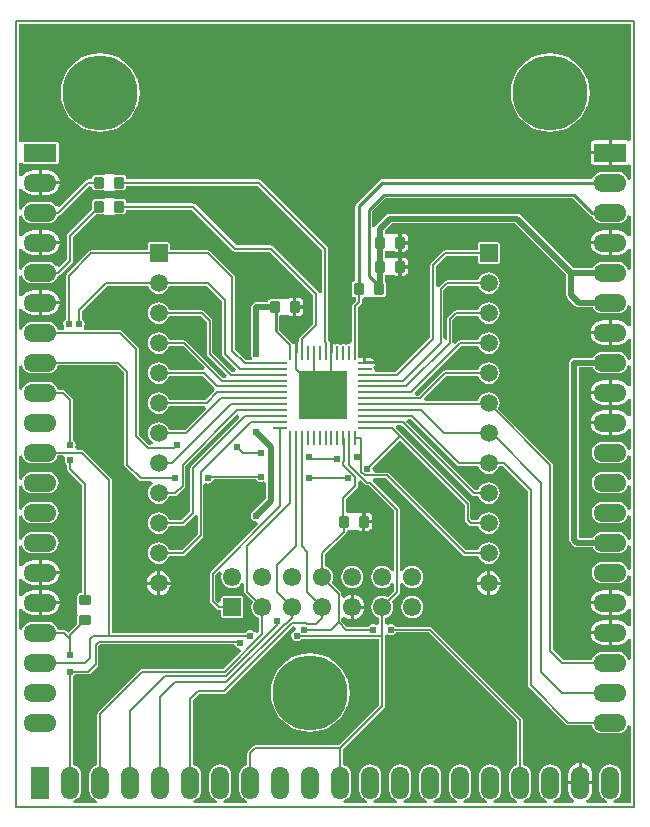
<source format=gtl>
G04 Layer_Physical_Order=1*
G04 Layer_Color=255*
%FSLAX25Y25*%
%MOIN*%
G70*
G01*
G75*
G04:AMPARAMS|DCode=10|XSize=39.37mil|YSize=35.43mil|CornerRadius=4.43mil|HoleSize=0mil|Usage=FLASHONLY|Rotation=270.000|XOffset=0mil|YOffset=0mil|HoleType=Round|Shape=RoundedRectangle|*
%AMROUNDEDRECTD10*
21,1,0.03937,0.02657,0,0,270.0*
21,1,0.03051,0.03543,0,0,270.0*
1,1,0.00886,-0.01329,-0.01526*
1,1,0.00886,-0.01329,0.01526*
1,1,0.00886,0.01329,0.01526*
1,1,0.00886,0.01329,-0.01526*
%
%ADD10ROUNDEDRECTD10*%
G04:AMPARAMS|DCode=11|XSize=39.37mil|YSize=35.43mil|CornerRadius=4.43mil|HoleSize=0mil|Usage=FLASHONLY|Rotation=0.000|XOffset=0mil|YOffset=0mil|HoleType=Round|Shape=RoundedRectangle|*
%AMROUNDEDRECTD11*
21,1,0.03937,0.02657,0,0,0.0*
21,1,0.03051,0.03543,0,0,0.0*
1,1,0.00886,0.01526,-0.01329*
1,1,0.00886,-0.01526,-0.01329*
1,1,0.00886,-0.01526,0.01329*
1,1,0.00886,0.01526,0.01329*
%
%ADD11ROUNDEDRECTD11*%
%ADD12R,0.16142X0.16142*%
%ADD13O,0.00984X0.04724*%
%ADD14O,0.04724X0.00984*%
%ADD15C,0.00800*%
%ADD16C,0.00600*%
%ADD17C,0.02000*%
%ADD18C,0.01000*%
%ADD19C,0.01200*%
%ADD20C,0.00500*%
%ADD21R,0.05984X0.05984*%
%ADD22C,0.05984*%
%ADD23C,0.06102*%
%ADD24R,0.06102X0.06102*%
%ADD25C,0.25000*%
%ADD26O,0.11000X0.06000*%
%ADD27R,0.11000X0.06000*%
%ADD28O,0.06000X0.11000*%
%ADD29R,0.06000X0.11000*%
%ADD30C,0.02400*%
%ADD31C,0.02362*%
G36*
X267082Y128620D02*
Y114010D01*
X267060Y114007D01*
X266184Y113645D01*
X265433Y113068D01*
X264855Y112315D01*
X264493Y111440D01*
X264369Y110500D01*
Y105500D01*
X264493Y104560D01*
X264855Y103684D01*
X265433Y102932D01*
X266184Y102355D01*
X267060Y101993D01*
X266898Y101020D01*
X259102D01*
X258940Y101993D01*
X259816Y102355D01*
X260567Y102932D01*
X261145Y103684D01*
X261507Y104560D01*
X261631Y105500D01*
Y110500D01*
X261507Y111440D01*
X261145Y112315D01*
X260567Y113068D01*
X259816Y113645D01*
X258940Y114007D01*
X258000Y114131D01*
X257060Y114007D01*
X256185Y113645D01*
X255433Y113068D01*
X254855Y112315D01*
X254493Y111440D01*
X254369Y110500D01*
Y105500D01*
X254493Y104560D01*
X254855Y103684D01*
X255433Y102932D01*
X256185Y102355D01*
X257060Y101993D01*
X256898Y101020D01*
X249102D01*
X248940Y101993D01*
X249816Y102355D01*
X250568Y102932D01*
X251145Y103684D01*
X251507Y104560D01*
X251631Y105500D01*
Y110500D01*
X251507Y111440D01*
X251145Y112315D01*
X250568Y113068D01*
X249816Y113645D01*
X248940Y114007D01*
X248000Y114131D01*
X247060Y114007D01*
X246184Y113645D01*
X245432Y113068D01*
X244855Y112315D01*
X244493Y111440D01*
X244369Y110500D01*
Y105500D01*
X244493Y104560D01*
X244855Y103684D01*
X245432Y102932D01*
X246184Y102355D01*
X247060Y101993D01*
X246898Y101020D01*
X239102D01*
X238940Y101993D01*
X239815Y102355D01*
X240567Y102932D01*
X241145Y103684D01*
X241507Y104560D01*
X241631Y105500D01*
Y110500D01*
X241507Y111440D01*
X241145Y112315D01*
X240567Y113068D01*
X239815Y113645D01*
X238940Y114007D01*
X238000Y114131D01*
X237060Y114007D01*
X236185Y113645D01*
X235433Y113068D01*
X234855Y112315D01*
X234493Y111440D01*
X234369Y110500D01*
Y105500D01*
X234493Y104560D01*
X234855Y103684D01*
X235433Y102932D01*
X236185Y102355D01*
X237060Y101993D01*
X236898Y101020D01*
X229102D01*
X228940Y101993D01*
X229816Y102355D01*
X230568Y102932D01*
X231145Y103684D01*
X231507Y104560D01*
X231631Y105500D01*
Y110500D01*
X231507Y111440D01*
X231145Y112315D01*
X230568Y113068D01*
X229816Y113645D01*
X228940Y114007D01*
X228000Y114131D01*
X227060Y114007D01*
X226185Y113645D01*
X225432Y113068D01*
X224855Y112315D01*
X224493Y111440D01*
X224369Y110500D01*
Y105500D01*
X224493Y104560D01*
X224855Y103684D01*
X225432Y102932D01*
X226185Y102355D01*
X227060Y101993D01*
X226898Y101020D01*
X219102D01*
X218940Y101993D01*
X219815Y102355D01*
X220567Y102932D01*
X221145Y103684D01*
X221507Y104560D01*
X221631Y105500D01*
Y110500D01*
X221507Y111440D01*
X221145Y112315D01*
X220567Y113068D01*
X219815Y113645D01*
X218940Y114007D01*
X218000Y114131D01*
X217060Y114007D01*
X216184Y113645D01*
X215433Y113068D01*
X214855Y112315D01*
X214493Y111440D01*
X214369Y110500D01*
Y105500D01*
X214493Y104560D01*
X214855Y103684D01*
X215433Y102932D01*
X216184Y102355D01*
X217060Y101993D01*
X216898Y101020D01*
X209102D01*
X208940Y101993D01*
X209816Y102355D01*
X210567Y102932D01*
X211145Y103684D01*
X211507Y104560D01*
X211631Y105500D01*
Y110500D01*
X211507Y111440D01*
X211145Y112315D01*
X210567Y113068D01*
X209816Y113645D01*
X208940Y114007D01*
X208918Y114010D01*
Y119120D01*
X222649Y132851D01*
X222848Y133149D01*
X222918Y133500D01*
Y157115D01*
X223161Y157298D01*
X223918Y157558D01*
X224298Y157304D01*
X225000Y157165D01*
X225702Y157304D01*
X226298Y157702D01*
X226552Y158082D01*
X237620D01*
X267082Y128620D01*
D02*
G37*
G36*
X291207Y297207D02*
X291207Y297207D01*
X291571Y296964D01*
X292000Y296878D01*
X292000Y296879D01*
X292068D01*
X292355Y296184D01*
X292933Y295432D01*
X293685Y294855D01*
X294560Y294493D01*
X295500Y294369D01*
X300500D01*
X301440Y294493D01*
X302315Y294855D01*
X303067Y295432D01*
X303645Y296184D01*
X304007Y297060D01*
X304980Y296898D01*
Y290249D01*
X304038Y290027D01*
X303980Y290035D01*
X303353Y290853D01*
X302517Y291494D01*
X301544Y291897D01*
X300500Y292035D01*
X298500D01*
Y288000D01*
Y283965D01*
X300500D01*
X301544Y284103D01*
X302517Y284506D01*
X303353Y285147D01*
X303980Y285965D01*
X304038Y285972D01*
X304980Y285751D01*
Y279102D01*
X304007Y278940D01*
X303645Y279816D01*
X303067Y280568D01*
X302315Y281145D01*
X301440Y281507D01*
X300500Y281631D01*
X295500D01*
X294560Y281507D01*
X293685Y281145D01*
X292933Y280568D01*
X292355Y279816D01*
X292279Y279631D01*
X285676D01*
X268154Y297153D01*
X267624Y297507D01*
X267000Y297631D01*
X224500D01*
X223876Y297507D01*
X223346Y297153D01*
X220000Y293807D01*
X219646Y293278D01*
X219621Y293153D01*
X218621Y293251D01*
Y298535D01*
X222965Y302878D01*
X285535D01*
X291207Y297207D01*
D02*
G37*
G36*
X172279Y285279D02*
X172610Y285058D01*
X173000Y284980D01*
X184578D01*
X198980Y270578D01*
Y260981D01*
X194500Y256501D01*
X194279Y256170D01*
X194201Y255780D01*
X194279Y255389D01*
X194303Y255353D01*
Y255223D01*
X193752Y254842D01*
Y251150D01*
X192752D01*
Y254442D01*
X192670Y254425D01*
X192216Y254122D01*
X192004Y254437D01*
X187622Y258820D01*
Y262870D01*
X187925Y263744D01*
X190762D01*
X190955Y263615D01*
X191518Y263503D01*
X192347D01*
Y266500D01*
Y269497D01*
X191518D01*
X190955Y269385D01*
X190762Y269256D01*
X187925D01*
X187712Y269043D01*
X187482Y269089D01*
X184825D01*
X184418Y269008D01*
X184073Y268777D01*
X183842Y268432D01*
X183782Y268131D01*
X180000D01*
X179376Y268007D01*
X178847Y267653D01*
X178493Y267124D01*
X178369Y266500D01*
Y251798D01*
X178304Y251702D01*
X178165Y251000D01*
X178304Y250298D01*
X178624Y249819D01*
X178490Y249311D01*
X178224Y248819D01*
X176479D01*
X172918Y252380D01*
Y276500D01*
X172848Y276851D01*
X172649Y277149D01*
X164649Y285149D01*
X164351Y285348D01*
X164000Y285418D01*
X151142D01*
Y287492D01*
X150951Y287951D01*
X150492Y288142D01*
X144508D01*
X144049Y287951D01*
X143858Y287492D01*
Y285418D01*
X125000D01*
X124649Y285348D01*
X124351Y285149D01*
X116851Y277649D01*
X116652Y277351D01*
X116582Y277000D01*
Y262552D01*
X116202Y262298D01*
X115804Y261702D01*
X115665Y261000D01*
X115804Y260298D01*
X116058Y259918D01*
X115798Y259161D01*
X115615Y258918D01*
X114010D01*
X114007Y258940D01*
X113645Y259816D01*
X113068Y260567D01*
X112315Y261145D01*
X111440Y261507D01*
X110500Y261631D01*
X105500D01*
X104560Y261507D01*
X103684Y261145D01*
X102932Y260567D01*
X102355Y259816D01*
X101993Y258940D01*
X101020Y259102D01*
Y265751D01*
X101962Y265972D01*
X102020Y265965D01*
X102647Y265147D01*
X103483Y264506D01*
X104456Y264103D01*
X105500Y263966D01*
X107500D01*
Y268000D01*
Y272035D01*
X105500D01*
X104456Y271897D01*
X103483Y271494D01*
X102647Y270853D01*
X102020Y270035D01*
X101962Y270027D01*
X101020Y270249D01*
Y276898D01*
X101993Y277060D01*
X102355Y276185D01*
X102932Y275432D01*
X103684Y274855D01*
X104560Y274493D01*
X105500Y274369D01*
X110500D01*
X111440Y274493D01*
X112315Y274855D01*
X113068Y275432D01*
X113645Y276185D01*
X113974Y276980D01*
X114000D01*
X114390Y277058D01*
X114721Y277279D01*
X118721Y281279D01*
X118942Y281610D01*
X119020Y282000D01*
Y289924D01*
X126506Y297411D01*
X128982D01*
X129212Y297457D01*
X129425Y297244D01*
X132575D01*
X132788Y297457D01*
X133018Y297411D01*
X135675D01*
X136082Y297492D01*
X136427Y297723D01*
X136658Y298067D01*
X136739Y298474D01*
Y298980D01*
X158578D01*
X172279Y285279D01*
D02*
G37*
G36*
X168582Y268620D02*
Y251000D01*
X168652Y250649D01*
X168851Y250351D01*
X173320Y245882D01*
X172906Y244882D01*
X171915D01*
X165418Y251380D01*
Y262000D01*
X165348Y262351D01*
X165149Y262649D01*
X162649Y265149D01*
X162351Y265348D01*
X162000Y265418D01*
X151002D01*
X151000Y265438D01*
X150638Y266312D01*
X150062Y267062D01*
X149312Y267638D01*
X148438Y268000D01*
X147500Y268123D01*
X146562Y268000D01*
X145688Y267638D01*
X144938Y267062D01*
X144362Y266312D01*
X144000Y265438D01*
X143877Y264500D01*
X144000Y263562D01*
X144362Y262688D01*
X144938Y261938D01*
X145688Y261362D01*
X146562Y261000D01*
X147500Y260877D01*
X148438Y261000D01*
X149312Y261362D01*
X150062Y261938D01*
X150638Y262688D01*
X151000Y263562D01*
X151002Y263582D01*
X161620D01*
X163582Y261620D01*
Y251000D01*
X163652Y250649D01*
X163851Y250351D01*
X170289Y243914D01*
X169874Y242914D01*
X168884D01*
X156649Y255149D01*
X156351Y255348D01*
X156000Y255418D01*
X151002D01*
X151000Y255438D01*
X150638Y256312D01*
X150062Y257062D01*
X149312Y257638D01*
X148438Y258000D01*
X147500Y258123D01*
X146562Y258000D01*
X145688Y257638D01*
X144938Y257062D01*
X144362Y256312D01*
X144000Y255438D01*
X143877Y254500D01*
X144000Y253562D01*
X144362Y252688D01*
X144938Y251938D01*
X145688Y251362D01*
X146562Y251000D01*
X147500Y250877D01*
X148438Y251000D01*
X149312Y251362D01*
X150062Y251938D01*
X150638Y252688D01*
X151000Y253562D01*
X151002Y253582D01*
X155620D01*
X162831Y246371D01*
X162606Y245723D01*
X162370Y245418D01*
X151002D01*
X151000Y245438D01*
X150638Y246312D01*
X150062Y247062D01*
X149312Y247638D01*
X148438Y248000D01*
X147500Y248123D01*
X146562Y248000D01*
X145688Y247638D01*
X144938Y247062D01*
X144362Y246312D01*
X144000Y245438D01*
X143877Y244500D01*
X144000Y243562D01*
X144362Y242688D01*
X144938Y241938D01*
X145688Y241362D01*
X146562Y241000D01*
X147500Y240877D01*
X148438Y241000D01*
X149312Y241362D01*
X150062Y241938D01*
X150638Y242688D01*
X151000Y243562D01*
X151002Y243582D01*
X162120D01*
X166039Y239663D01*
X166254Y239111D01*
X166057Y238354D01*
X163120Y235418D01*
X151002D01*
X151000Y235438D01*
X150638Y236312D01*
X150062Y237062D01*
X149312Y237638D01*
X148438Y238000D01*
X147500Y238123D01*
X146562Y238000D01*
X145688Y237638D01*
X144938Y237062D01*
X144362Y236312D01*
X144000Y235438D01*
X143877Y234500D01*
X144000Y233562D01*
X144362Y232688D01*
X144938Y231938D01*
X145688Y231362D01*
X146562Y231000D01*
X147500Y230877D01*
X148438Y231000D01*
X149312Y231362D01*
X150062Y231938D01*
X150638Y232688D01*
X151000Y233562D01*
X151002Y233582D01*
X162870D01*
X163285Y232582D01*
X156120Y225418D01*
X151002D01*
X151000Y225438D01*
X150638Y226312D01*
X150062Y227062D01*
X149312Y227638D01*
X148438Y228000D01*
X147500Y228123D01*
X146562Y228000D01*
X145688Y227638D01*
X144938Y227062D01*
X144362Y226312D01*
X144000Y225438D01*
X143877Y224500D01*
X144000Y223562D01*
X144362Y222688D01*
X144938Y221938D01*
X145616Y221418D01*
X145619Y221308D01*
X145243Y220748D01*
X144129Y220669D01*
X140918Y223880D01*
Y252500D01*
X140848Y252851D01*
X140649Y253149D01*
X135149Y258649D01*
X134851Y258848D01*
X134500Y258918D01*
X122885D01*
X122702Y259161D01*
X122442Y259918D01*
X122696Y260298D01*
X122835Y261000D01*
X122696Y261702D01*
X122298Y262298D01*
X121918Y262552D01*
Y265120D01*
X130380Y273582D01*
X143998D01*
X144000Y273562D01*
X144362Y272688D01*
X144938Y271938D01*
X145688Y271362D01*
X146562Y271000D01*
X147500Y270877D01*
X148438Y271000D01*
X149312Y271362D01*
X150062Y271938D01*
X150638Y272688D01*
X151000Y273562D01*
X151002Y273582D01*
X163620D01*
X168582Y268620D01*
D02*
G37*
G36*
X304980Y246898D02*
Y240249D01*
X304038Y240027D01*
X303980Y240035D01*
X303353Y240853D01*
X302517Y241494D01*
X301544Y241897D01*
X300500Y242035D01*
X298500D01*
Y238000D01*
Y233965D01*
X300500D01*
X301544Y234103D01*
X302517Y234506D01*
X303353Y235147D01*
X303980Y235965D01*
X304038Y235972D01*
X304980Y235751D01*
Y230249D01*
X304038Y230028D01*
X303980Y230035D01*
X303353Y230853D01*
X302517Y231494D01*
X301544Y231897D01*
X300500Y232034D01*
X298500D01*
Y228000D01*
Y223966D01*
X300500D01*
X301544Y224103D01*
X302517Y224506D01*
X303353Y225147D01*
X303980Y225965D01*
X304038Y225973D01*
X304980Y225751D01*
Y219102D01*
X304007Y218940D01*
X303645Y219815D01*
X303067Y220567D01*
X302315Y221145D01*
X301440Y221507D01*
X300500Y221631D01*
X295500D01*
X294560Y221507D01*
X293685Y221145D01*
X292933Y220567D01*
X292355Y219815D01*
X291993Y218940D01*
X291869Y218000D01*
X291993Y217060D01*
X292355Y216184D01*
X292933Y215433D01*
X293685Y214855D01*
X294560Y214493D01*
X295500Y214369D01*
X300500D01*
X301440Y214493D01*
X302315Y214855D01*
X303067Y215433D01*
X303645Y216184D01*
X304007Y217060D01*
X304980Y216898D01*
Y209102D01*
X304007Y208940D01*
X303645Y209816D01*
X303067Y210567D01*
X302315Y211145D01*
X301440Y211507D01*
X300500Y211631D01*
X295500D01*
X294560Y211507D01*
X293685Y211145D01*
X292933Y210567D01*
X292355Y209816D01*
X291993Y208940D01*
X291869Y208000D01*
X291993Y207060D01*
X292355Y206185D01*
X292933Y205433D01*
X293685Y204855D01*
X294560Y204493D01*
X295500Y204369D01*
X300500D01*
X301440Y204493D01*
X302315Y204855D01*
X303067Y205433D01*
X303645Y206185D01*
X304007Y207060D01*
X304980Y206898D01*
Y199102D01*
X304007Y198940D01*
X303645Y199815D01*
X303067Y200568D01*
X302315Y201145D01*
X301440Y201507D01*
X300500Y201631D01*
X295500D01*
X294560Y201507D01*
X293685Y201145D01*
X292933Y200568D01*
X292355Y199815D01*
X291993Y198940D01*
X291869Y198000D01*
X291993Y197060D01*
X292355Y196185D01*
X292933Y195432D01*
X293685Y194855D01*
X294560Y194493D01*
X295500Y194369D01*
X300500D01*
X301440Y194493D01*
X302315Y194855D01*
X303067Y195432D01*
X303645Y196185D01*
X304007Y197060D01*
X304980Y196898D01*
Y189102D01*
X304007Y188940D01*
X303645Y189815D01*
X303067Y190568D01*
X302315Y191145D01*
X301440Y191507D01*
X300500Y191631D01*
X295500D01*
X294560Y191507D01*
X293685Y191145D01*
X292933Y190568D01*
X292355Y189815D01*
X292279Y189631D01*
X287676D01*
X287631Y189676D01*
Y246369D01*
X292279D01*
X292355Y246184D01*
X292933Y245432D01*
X293685Y244855D01*
X294560Y244493D01*
X295500Y244369D01*
X300500D01*
X301440Y244493D01*
X302315Y244855D01*
X303067Y245432D01*
X303645Y246184D01*
X304007Y247060D01*
X304980Y246898D01*
D02*
G37*
G36*
X283369Y277324D02*
Y270500D01*
X283493Y269876D01*
X283846Y269346D01*
X286347Y266846D01*
X286876Y266493D01*
X287500Y266369D01*
X292279D01*
X292355Y266184D01*
X292933Y265433D01*
X293685Y264855D01*
X294560Y264493D01*
X295500Y264369D01*
X300500D01*
X301440Y264493D01*
X302315Y264855D01*
X303067Y265433D01*
X303645Y266184D01*
X304007Y267060D01*
X304980Y266898D01*
Y260249D01*
X304038Y260028D01*
X303980Y260035D01*
X303353Y260853D01*
X302517Y261494D01*
X301544Y261897D01*
X300500Y262035D01*
X298500D01*
Y258000D01*
Y253965D01*
X300500D01*
X301544Y254103D01*
X302517Y254506D01*
X303353Y255147D01*
X303980Y255965D01*
X304038Y255973D01*
X304980Y255751D01*
Y249102D01*
X304007Y248940D01*
X303645Y249816D01*
X303067Y250568D01*
X302315Y251145D01*
X301440Y251507D01*
X300500Y251631D01*
X295500D01*
X294560Y251507D01*
X293685Y251145D01*
X292933Y250568D01*
X292355Y249816D01*
X292279Y249631D01*
X286000D01*
X285376Y249507D01*
X284846Y249153D01*
X284493Y248624D01*
X284369Y248000D01*
Y189000D01*
X284493Y188376D01*
X284846Y187847D01*
X285846Y186846D01*
X286376Y186493D01*
X287000Y186369D01*
X292279D01*
X292355Y186185D01*
X292933Y185432D01*
X293685Y184855D01*
X294560Y184493D01*
X295500Y184369D01*
X300500D01*
X301440Y184493D01*
X302315Y184855D01*
X303067Y185432D01*
X303645Y186185D01*
X304007Y187060D01*
X304980Y186898D01*
Y179102D01*
X304007Y178940D01*
X303645Y179815D01*
X303067Y180568D01*
X302315Y181145D01*
X301440Y181507D01*
X300500Y181631D01*
X295500D01*
X294560Y181507D01*
X293685Y181145D01*
X292933Y180568D01*
X292355Y179815D01*
X291993Y178940D01*
X291869Y178000D01*
X291993Y177060D01*
X292355Y176184D01*
X292933Y175432D01*
X293685Y174855D01*
X294560Y174493D01*
X295500Y174369D01*
X300500D01*
X301440Y174493D01*
X302315Y174855D01*
X303067Y175432D01*
X303645Y176184D01*
X304007Y177060D01*
X304980Y176898D01*
Y170249D01*
X304038Y170027D01*
X303980Y170035D01*
X303353Y170853D01*
X302517Y171494D01*
X301544Y171897D01*
X300500Y172035D01*
X298500D01*
Y168000D01*
Y163965D01*
X300500D01*
X301544Y164103D01*
X302517Y164506D01*
X303353Y165147D01*
X303980Y165965D01*
X304038Y165972D01*
X304980Y165751D01*
Y160249D01*
X304038Y160028D01*
X303980Y160035D01*
X303353Y160853D01*
X302517Y161494D01*
X301544Y161897D01*
X300500Y162034D01*
X298500D01*
Y158000D01*
Y153965D01*
X300500D01*
X301544Y154103D01*
X302517Y154506D01*
X303353Y155147D01*
X303980Y155965D01*
X304038Y155973D01*
X304980Y155751D01*
Y149102D01*
X304007Y148940D01*
X303645Y149815D01*
X303067Y150568D01*
X302315Y151145D01*
X301440Y151507D01*
X300500Y151631D01*
X295500D01*
X294560Y151507D01*
X293685Y151145D01*
X292933Y150568D01*
X292355Y149815D01*
X291993Y148940D01*
X291990Y148918D01*
X282380D01*
X278918Y152380D01*
Y214000D01*
X278848Y214351D01*
X278649Y214649D01*
X260625Y232672D01*
X260638Y232688D01*
X261000Y233562D01*
X261123Y234500D01*
X261000Y235438D01*
X260638Y236312D01*
X260062Y237062D01*
X259312Y237638D01*
X258438Y238000D01*
X257500Y238123D01*
X256562Y238000D01*
X255688Y237638D01*
X254938Y237062D01*
X254362Y236312D01*
X254000Y235438D01*
X253948Y235040D01*
X236252D01*
X235837Y236040D01*
X243380Y243582D01*
X253998D01*
X254000Y243562D01*
X254362Y242688D01*
X254938Y241938D01*
X255688Y241362D01*
X256562Y241000D01*
X257500Y240877D01*
X258438Y241000D01*
X259312Y241362D01*
X260062Y241938D01*
X260638Y242688D01*
X261000Y243562D01*
X261123Y244500D01*
X261000Y245438D01*
X260638Y246312D01*
X260062Y247062D01*
X259312Y247638D01*
X258438Y248000D01*
X257500Y248123D01*
X256562Y248000D01*
X255688Y247638D01*
X254938Y247062D01*
X254362Y246312D01*
X254000Y245438D01*
X253998Y245418D01*
X243000D01*
X242649Y245348D01*
X242351Y245149D01*
X234210Y237008D01*
X233220D01*
X232806Y238008D01*
X248380Y253582D01*
X253998D01*
X254000Y253562D01*
X254362Y252688D01*
X254938Y251938D01*
X255688Y251362D01*
X256562Y251000D01*
X257500Y250877D01*
X258438Y251000D01*
X259312Y251362D01*
X260062Y251938D01*
X260638Y252688D01*
X261000Y253562D01*
X261123Y254500D01*
X261000Y255438D01*
X260638Y256312D01*
X260062Y257062D01*
X259312Y257638D01*
X258438Y258000D01*
X257500Y258123D01*
X256562Y258000D01*
X255688Y257638D01*
X254938Y257062D01*
X254362Y256312D01*
X254000Y255438D01*
X253998Y255418D01*
X248000D01*
X247649Y255348D01*
X247351Y255149D01*
X246371Y254169D01*
X245723Y254394D01*
X245418Y254630D01*
Y262120D01*
X246880Y263582D01*
X253998D01*
X254000Y263562D01*
X254362Y262688D01*
X254938Y261938D01*
X255688Y261362D01*
X256562Y261000D01*
X257500Y260877D01*
X258438Y261000D01*
X259312Y261362D01*
X260062Y261938D01*
X260638Y262688D01*
X261000Y263562D01*
X261123Y264500D01*
X261000Y265438D01*
X260638Y266312D01*
X260062Y267062D01*
X259312Y267638D01*
X258438Y268000D01*
X257500Y268123D01*
X256562Y268000D01*
X255688Y267638D01*
X254938Y267062D01*
X254362Y266312D01*
X254000Y265438D01*
X253998Y265418D01*
X246500D01*
X246149Y265348D01*
X245851Y265149D01*
X243851Y263149D01*
X243652Y262851D01*
X243582Y262500D01*
Y255730D01*
X243418Y255619D01*
X242418Y256154D01*
Y272120D01*
X243880Y273582D01*
X253998D01*
X254000Y273562D01*
X254362Y272688D01*
X254938Y271938D01*
X255688Y271362D01*
X256562Y271000D01*
X257500Y270877D01*
X258438Y271000D01*
X259312Y271362D01*
X260062Y271938D01*
X260638Y272688D01*
X261000Y273562D01*
X261123Y274500D01*
X261000Y275438D01*
X260638Y276312D01*
X260062Y277062D01*
X259312Y277638D01*
X258438Y278000D01*
X257500Y278123D01*
X256562Y278000D01*
X255688Y277638D01*
X254938Y277062D01*
X254362Y276312D01*
X254000Y275438D01*
X253998Y275418D01*
X243500D01*
X243149Y275348D01*
X242851Y275149D01*
X240918Y273215D01*
X240636Y273242D01*
X239918Y273552D01*
Y280120D01*
X243380Y283582D01*
X253858D01*
Y281508D01*
X254049Y281049D01*
X254508Y280858D01*
X260492D01*
X260951Y281049D01*
X261142Y281508D01*
Y287492D01*
X260951Y287951D01*
X260492Y288142D01*
X254508D01*
X254049Y287951D01*
X253858Y287492D01*
Y285418D01*
X243000D01*
X242649Y285348D01*
X242351Y285149D01*
X238351Y281149D01*
X238152Y280851D01*
X238082Y280500D01*
Y256380D01*
X226585Y244882D01*
X219869D01*
X219689Y245026D01*
X219159Y245882D01*
X219169Y245933D01*
X219084Y246359D01*
X219049Y246412D01*
X219131Y246826D01*
X219461Y247319D01*
X219477Y247402D01*
X216185D01*
Y247902D01*
X215685D01*
Y249423D01*
X214315D01*
X214051Y249640D01*
Y253020D01*
X213966Y253446D01*
X213957Y253460D01*
Y266515D01*
X214875Y267433D01*
X215095Y267763D01*
X215173Y268154D01*
Y269082D01*
X215925Y269744D01*
X219075D01*
X219288Y269957D01*
X219518Y269911D01*
X222175D01*
X222582Y269992D01*
X222927Y270222D01*
X223158Y270567D01*
X223238Y270974D01*
Y274026D01*
X223158Y274432D01*
X222927Y274778D01*
X222785Y274872D01*
Y277186D01*
X222925Y277244D01*
X225762D01*
X225955Y277115D01*
X226518Y277003D01*
X227346D01*
Y280000D01*
Y282997D01*
X226518D01*
X225955Y282885D01*
X225762Y282756D01*
X222925D01*
X222785Y282814D01*
Y285186D01*
X222925Y285244D01*
X225762D01*
X225955Y285115D01*
X226518Y285003D01*
X227346D01*
Y288000D01*
Y290997D01*
X226518D01*
X225955Y290885D01*
X225762Y290756D01*
X222925D01*
X222785Y290814D01*
Y291978D01*
X225176Y294369D01*
X266324D01*
X283369Y277324D01*
D02*
G37*
G36*
X136082Y244620D02*
Y214000D01*
X136152Y213649D01*
X136351Y213351D01*
X140851Y208851D01*
X141149Y208652D01*
X141500Y208582D01*
X145021D01*
X145619Y207692D01*
X145616Y207582D01*
X144938Y207062D01*
X144362Y206312D01*
X144000Y205438D01*
X143877Y204500D01*
X144000Y203562D01*
X144362Y202688D01*
X144938Y201938D01*
X145688Y201362D01*
X146562Y201000D01*
X147500Y200877D01*
X148438Y201000D01*
X149312Y201362D01*
X150062Y201938D01*
X150638Y202688D01*
X151000Y203562D01*
X151002Y203582D01*
X153000D01*
X153351Y203652D01*
X153649Y203851D01*
X156149Y206351D01*
X156348Y206649D01*
X156418Y207000D01*
Y213620D01*
X173615Y230817D01*
X174035Y230746D01*
X174377Y229674D01*
X158351Y213649D01*
X158152Y213351D01*
X158082Y213000D01*
Y198380D01*
X155120Y195418D01*
X151002D01*
X151000Y195438D01*
X150638Y196312D01*
X150062Y197062D01*
X149312Y197638D01*
X148438Y198000D01*
X147500Y198123D01*
X146562Y198000D01*
X145688Y197638D01*
X144938Y197062D01*
X144362Y196312D01*
X144000Y195438D01*
X143877Y194500D01*
X144000Y193562D01*
X144362Y192688D01*
X144938Y191938D01*
X145688Y191362D01*
X146562Y191000D01*
X147500Y190877D01*
X148438Y191000D01*
X149312Y191362D01*
X150062Y191938D01*
X150638Y192688D01*
X151000Y193562D01*
X151002Y193582D01*
X155500D01*
X155851Y193652D01*
X156149Y193851D01*
X159582Y197285D01*
X159864Y197258D01*
X160582Y196948D01*
Y190880D01*
X155120Y185418D01*
X151002D01*
X151000Y185438D01*
X150638Y186312D01*
X150062Y187062D01*
X149312Y187638D01*
X148438Y188000D01*
X147500Y188123D01*
X146562Y188000D01*
X145688Y187638D01*
X144938Y187062D01*
X144362Y186312D01*
X144000Y185438D01*
X143877Y184500D01*
X144000Y183562D01*
X144362Y182688D01*
X144938Y181938D01*
X145688Y181362D01*
X146562Y181000D01*
X147500Y180877D01*
X148438Y181000D01*
X149312Y181362D01*
X150062Y181938D01*
X150638Y182688D01*
X151000Y183562D01*
X151002Y183582D01*
X155500D01*
X155851Y183652D01*
X156149Y183851D01*
X162149Y189851D01*
X162348Y190149D01*
X162418Y190500D01*
Y207190D01*
X163156Y207705D01*
X163418Y207781D01*
X164000Y207665D01*
X164702Y207804D01*
X165298Y208202D01*
X165696Y208798D01*
X165752Y209082D01*
X179948D01*
X180202Y208702D01*
X180798Y208304D01*
X181500Y208165D01*
X182202Y208304D01*
X182369Y208416D01*
X183369Y207894D01*
Y202676D01*
X179411Y198718D01*
X179298Y198696D01*
X178702Y198298D01*
X178304Y197702D01*
X178165Y197000D01*
X178304Y196298D01*
X178702Y195702D01*
X179298Y195304D01*
X180000Y195165D01*
X180714Y194287D01*
X180740Y194038D01*
X164851Y178149D01*
X164652Y177851D01*
X164582Y177500D01*
Y168500D01*
X164652Y168149D01*
X164851Y167851D01*
X166851Y165851D01*
X167149Y165652D01*
X167500Y165582D01*
X168299D01*
Y163449D01*
X168490Y162990D01*
X168949Y162799D01*
X175051D01*
X175510Y162990D01*
X175701Y163449D01*
Y169551D01*
X175510Y170010D01*
X175051Y170201D01*
X168949D01*
X168490Y170010D01*
X168299Y169551D01*
Y168413D01*
X167299Y167998D01*
X166418Y168880D01*
Y177120D01*
X167791Y178494D01*
X168639Y177927D01*
X168443Y177453D01*
X168317Y176500D01*
X168443Y175547D01*
X168811Y174659D01*
X169396Y173896D01*
X170159Y173311D01*
X171047Y172943D01*
X172000Y172817D01*
X172953Y172943D01*
X173841Y173311D01*
X174604Y173896D01*
X175082Y174519D01*
X175599Y174469D01*
X176082Y174245D01*
Y171500D01*
X176152Y171149D01*
X176351Y170851D01*
X178832Y168370D01*
X178811Y168341D01*
X178443Y167453D01*
X178317Y166500D01*
X178443Y165547D01*
X178811Y164659D01*
X179396Y163896D01*
X180159Y163311D01*
X181047Y162943D01*
X181082Y162938D01*
Y158421D01*
X180534Y157935D01*
X179406Y158136D01*
X179298Y158298D01*
X178702Y158696D01*
X178000Y158835D01*
X177298Y158696D01*
X176702Y158298D01*
X176448Y157918D01*
X131918D01*
Y209000D01*
X131848Y209351D01*
X131649Y209649D01*
X122649Y218649D01*
X122351Y218848D01*
X122000Y218918D01*
X120310D01*
X119795Y219656D01*
X119719Y219918D01*
X119835Y220500D01*
X119696Y221202D01*
X119298Y221798D01*
X118918Y222052D01*
Y235500D01*
X118848Y235851D01*
X118649Y236149D01*
X116149Y238649D01*
X115851Y238848D01*
X115500Y238918D01*
X114010D01*
X114007Y238940D01*
X113645Y239815D01*
X113068Y240567D01*
X112315Y241145D01*
X111440Y241507D01*
X110500Y241631D01*
X105500D01*
X104560Y241507D01*
X103684Y241145D01*
X102932Y240567D01*
X102355Y239815D01*
X101993Y238940D01*
X101020Y239102D01*
Y246898D01*
X101993Y247060D01*
X102355Y246184D01*
X102932Y245432D01*
X103684Y244855D01*
X104560Y244493D01*
X105500Y244369D01*
X110500D01*
X111440Y244493D01*
X112315Y244855D01*
X113068Y245432D01*
X113645Y246184D01*
X114007Y247060D01*
X114010Y247082D01*
X133620D01*
X136082Y244620D01*
D02*
G37*
G36*
X116205Y216344D02*
X116281Y216082D01*
X116165Y215500D01*
X116304Y214798D01*
X116702Y214202D01*
X117082Y213948D01*
Y212500D01*
X117152Y212149D01*
X117351Y211851D01*
X122082Y207120D01*
Y171239D01*
X121474D01*
X121068Y171158D01*
X120722Y170927D01*
X120492Y170582D01*
X120411Y170175D01*
Y167518D01*
X120457Y167288D01*
X120244Y167075D01*
Y163925D01*
X120457Y163712D01*
X120411Y163482D01*
Y160862D01*
X117423Y157875D01*
X116649Y158649D01*
X116351Y158848D01*
X116000Y158918D01*
X114010D01*
X114007Y158940D01*
X113645Y159816D01*
X113068Y160568D01*
X112315Y161145D01*
X111440Y161507D01*
X110500Y161631D01*
X105500D01*
X104560Y161507D01*
X103684Y161145D01*
X102932Y160568D01*
X102355Y159816D01*
X101993Y158940D01*
X101020Y159102D01*
Y165751D01*
X101962Y165972D01*
X102020Y165965D01*
X102647Y165147D01*
X103483Y164506D01*
X104456Y164103D01*
X105500Y163965D01*
X107500D01*
Y168000D01*
Y172035D01*
X105500D01*
X104456Y171897D01*
X103483Y171494D01*
X102647Y170853D01*
X102020Y170035D01*
X101962Y170027D01*
X101020Y170249D01*
Y175751D01*
X101962Y175972D01*
X102020Y175965D01*
X102647Y175147D01*
X103483Y174506D01*
X104456Y174103D01*
X105500Y173966D01*
X107500D01*
Y178000D01*
Y182035D01*
X105500D01*
X104456Y181897D01*
X103483Y181494D01*
X102647Y180853D01*
X102020Y180035D01*
X101962Y180027D01*
X101020Y180249D01*
Y186898D01*
X101993Y187060D01*
X102355Y186185D01*
X102932Y185432D01*
X103684Y184855D01*
X104560Y184493D01*
X105500Y184369D01*
X110500D01*
X111440Y184493D01*
X112315Y184855D01*
X113068Y185432D01*
X113645Y186185D01*
X114007Y187060D01*
X114131Y188000D01*
X114007Y188940D01*
X113645Y189815D01*
X113068Y190568D01*
X112315Y191145D01*
X111440Y191507D01*
X110500Y191631D01*
X105500D01*
X104560Y191507D01*
X103684Y191145D01*
X102932Y190568D01*
X102355Y189815D01*
X101993Y188940D01*
X101020Y189102D01*
Y196898D01*
X101993Y197060D01*
X102355Y196185D01*
X102932Y195432D01*
X103684Y194855D01*
X104560Y194493D01*
X105500Y194369D01*
X110500D01*
X111440Y194493D01*
X112315Y194855D01*
X113068Y195432D01*
X113645Y196185D01*
X114007Y197060D01*
X114131Y198000D01*
X114007Y198940D01*
X113645Y199815D01*
X113068Y200568D01*
X112315Y201145D01*
X111440Y201507D01*
X110500Y201631D01*
X105500D01*
X104560Y201507D01*
X103684Y201145D01*
X102932Y200568D01*
X102355Y199815D01*
X101993Y198940D01*
X101020Y199102D01*
Y206898D01*
X101993Y207060D01*
X102355Y206185D01*
X102932Y205433D01*
X103684Y204855D01*
X104560Y204493D01*
X105500Y204369D01*
X110500D01*
X111440Y204493D01*
X112315Y204855D01*
X113068Y205433D01*
X113645Y206185D01*
X114007Y207060D01*
X114131Y208000D01*
X114007Y208940D01*
X113645Y209816D01*
X113068Y210567D01*
X112315Y211145D01*
X111440Y211507D01*
X110500Y211631D01*
X105500D01*
X104560Y211507D01*
X103684Y211145D01*
X102932Y210567D01*
X102355Y209816D01*
X101993Y208940D01*
X101020Y209102D01*
Y216898D01*
X101993Y217060D01*
X102355Y216184D01*
X102932Y215433D01*
X103684Y214855D01*
X104560Y214493D01*
X105500Y214369D01*
X110500D01*
X111440Y214493D01*
X112315Y214855D01*
X113068Y215433D01*
X113645Y216184D01*
X114007Y217060D01*
X114010Y217082D01*
X115690D01*
X116205Y216344D01*
D02*
G37*
G36*
X193410Y159182D02*
X193258Y158789D01*
X193190Y158774D01*
X192798Y158696D01*
X192202Y158298D01*
X191804Y157702D01*
X191665Y157000D01*
X191804Y156298D01*
X192202Y155702D01*
X192798Y155304D01*
X193500Y155165D01*
X194202Y155304D01*
X194798Y155702D01*
X194985Y155982D01*
X221082D01*
Y133880D01*
X207620Y120418D01*
X179500D01*
X179149Y120348D01*
X178851Y120149D01*
X177351Y118649D01*
X177152Y118351D01*
X177082Y118000D01*
Y114010D01*
X177060Y114007D01*
X176184Y113645D01*
X175432Y113068D01*
X174855Y112315D01*
X174493Y111440D01*
X174369Y110500D01*
Y105500D01*
X174493Y104560D01*
X174855Y103684D01*
X175432Y102932D01*
X176184Y102355D01*
X177060Y101993D01*
X176898Y101020D01*
X169102D01*
X168940Y101993D01*
X169816Y102355D01*
X170568Y102932D01*
X171145Y103684D01*
X171507Y104560D01*
X171631Y105500D01*
Y110500D01*
X171507Y111440D01*
X171145Y112315D01*
X170568Y113068D01*
X169816Y113645D01*
X168940Y114007D01*
X168000Y114131D01*
X167060Y114007D01*
X166184Y113645D01*
X165432Y113068D01*
X164855Y112315D01*
X164493Y111440D01*
X164369Y110500D01*
Y105500D01*
X164493Y104560D01*
X164855Y103684D01*
X165432Y102932D01*
X166184Y102355D01*
X167060Y101993D01*
X166898Y101020D01*
X159102D01*
X158940Y101993D01*
X159816Y102355D01*
X160568Y102932D01*
X161145Y103684D01*
X161507Y104560D01*
X161631Y105500D01*
Y110500D01*
X161507Y111440D01*
X161145Y112315D01*
X160568Y113068D01*
X159816Y113645D01*
X158940Y114007D01*
X158918Y114010D01*
Y135620D01*
X160880Y137582D01*
X169197D01*
X169548Y137652D01*
X169846Y137851D01*
X192177Y160182D01*
X192726D01*
X193410Y159182D01*
D02*
G37*
G36*
X304980Y322325D02*
X304800Y322181D01*
X303980Y321882D01*
X303890Y321942D01*
X303500Y322020D01*
X298500D01*
Y318000D01*
Y313980D01*
X303500D01*
X303890Y314058D01*
X303980Y314118D01*
X304800Y313819D01*
X304980Y313675D01*
Y309102D01*
X304007Y308940D01*
X303645Y309816D01*
X303067Y310567D01*
X302315Y311145D01*
X301440Y311507D01*
X300500Y311631D01*
X295500D01*
X294560Y311507D01*
X293685Y311145D01*
X292933Y310567D01*
X292355Y309816D01*
X292068Y309121D01*
X222000D01*
X222000Y309122D01*
X221571Y309036D01*
X221207Y308793D01*
X213361Y300947D01*
X213117Y300583D01*
X213032Y300153D01*
X213032Y300153D01*
Y275089D01*
X212825D01*
X212418Y275008D01*
X212073Y274778D01*
X211842Y274432D01*
X211761Y274026D01*
Y270974D01*
X211842Y270567D01*
X212073Y270222D01*
X212418Y269992D01*
X212825Y269911D01*
X213134D01*
Y268576D01*
X212216Y267658D01*
X211995Y267327D01*
X211917Y266937D01*
Y254887D01*
X211832Y254749D01*
X210968Y254133D01*
X210542Y254048D01*
X209984Y253870D01*
X209426Y254048D01*
X209000Y254133D01*
X208574Y254048D01*
X208213Y253807D01*
X207819D01*
X207458Y254048D01*
X207031Y254133D01*
X206605Y254048D01*
X206553Y254013D01*
X206139Y254096D01*
X205645Y254425D01*
X205563Y254442D01*
Y251150D01*
X204563D01*
Y254720D01*
X204072Y255180D01*
X204020Y255276D01*
Y286000D01*
X203942Y286390D01*
X203721Y286721D01*
X181721Y308721D01*
X181390Y308942D01*
X181000Y309020D01*
X136739D01*
Y309526D01*
X136658Y309932D01*
X136427Y310278D01*
X136082Y310508D01*
X135675Y310589D01*
X133018D01*
X132788Y310543D01*
X132575Y310756D01*
X129425D01*
X129212Y310543D01*
X128982Y310589D01*
X126325D01*
X125918Y310508D01*
X125573Y310278D01*
X125342Y309932D01*
X125261Y309526D01*
Y309020D01*
X124000D01*
X123610Y308942D01*
X123279Y308721D01*
X114553Y299995D01*
X113347Y300203D01*
X113068Y300568D01*
X112315Y301145D01*
X111440Y301507D01*
X110500Y301631D01*
X105500D01*
X104560Y301507D01*
X103684Y301145D01*
X102932Y300568D01*
X102355Y299816D01*
X101993Y298940D01*
X101020Y299102D01*
Y305751D01*
X101962Y305973D01*
X102020Y305965D01*
X102647Y305147D01*
X103483Y304506D01*
X104456Y304103D01*
X105500Y303965D01*
X107500D01*
Y308000D01*
Y312035D01*
X105500D01*
X104456Y311897D01*
X103483Y311494D01*
X102647Y310853D01*
X102020Y310035D01*
X101962Y310028D01*
X101020Y310249D01*
Y314393D01*
X102020Y314592D01*
X102041Y314541D01*
X102500Y314351D01*
X113500D01*
X113959Y314541D01*
X114149Y315000D01*
Y321000D01*
X113959Y321459D01*
X113500Y321649D01*
X102500D01*
X102041Y321459D01*
X102020Y321408D01*
X101020Y321607D01*
Y360981D01*
X304980D01*
Y322325D01*
D02*
G37*
G36*
X216184Y207351D02*
X216482Y207152D01*
X216833Y207082D01*
X217620D01*
X226082Y198620D01*
Y178755D01*
X225599Y178531D01*
X225082Y178481D01*
X224604Y179104D01*
X223841Y179689D01*
X222953Y180057D01*
X222000Y180183D01*
X221047Y180057D01*
X220159Y179689D01*
X219396Y179104D01*
X218811Y178341D01*
X218443Y177453D01*
X218317Y176500D01*
X218443Y175547D01*
X218811Y174659D01*
X219396Y173896D01*
X220159Y173311D01*
X221047Y172943D01*
X222000Y172817D01*
X222953Y172943D01*
X223841Y173311D01*
X224604Y173896D01*
X225082Y174519D01*
X225599Y174469D01*
X226082Y174245D01*
Y171880D01*
X223870Y169667D01*
X223841Y169689D01*
X222953Y170057D01*
X222000Y170183D01*
X221047Y170057D01*
X220159Y169689D01*
X219396Y169104D01*
X218811Y168341D01*
X218443Y167453D01*
X218317Y166500D01*
X218443Y165547D01*
X218811Y164659D01*
X219396Y163896D01*
X220159Y163311D01*
X221047Y162943D01*
X221082Y162938D01*
Y160885D01*
X220839Y160702D01*
X220082Y160442D01*
X219702Y160696D01*
X219000Y160835D01*
X218298Y160696D01*
X217702Y160298D01*
X217448Y159918D01*
X210380D01*
X208418Y161880D01*
Y162944D01*
X208453Y162978D01*
X209418Y163375D01*
X209957Y162961D01*
X210942Y162553D01*
X211500Y162480D01*
Y166500D01*
Y170520D01*
X210942Y170447D01*
X209957Y170039D01*
X209418Y169625D01*
X208453Y170022D01*
X208418Y170056D01*
Y171000D01*
X208348Y171351D01*
X208149Y171649D01*
X205168Y174630D01*
X205189Y174659D01*
X205557Y175547D01*
X205683Y176500D01*
X205557Y177453D01*
X205189Y178341D01*
X204604Y179104D01*
X203841Y179689D01*
X202953Y180057D01*
X202918Y180062D01*
Y184120D01*
X209802Y191005D01*
X210001Y191302D01*
X210071Y191654D01*
Y191684D01*
X210925Y192244D01*
X213762D01*
X213955Y192115D01*
X214518Y192003D01*
X215347D01*
Y195000D01*
Y197997D01*
X214518D01*
X213955Y197885D01*
X213762Y197756D01*
X210925D01*
X210918Y197748D01*
X209918Y198038D01*
Y202620D01*
X213649Y206351D01*
X213848Y206649D01*
X213918Y207000D01*
Y208311D01*
X214842Y208694D01*
X216184Y207351D01*
D02*
G37*
G36*
X201980Y285578D02*
Y271295D01*
X200980Y271197D01*
X200942Y271390D01*
X200721Y271721D01*
X185721Y286721D01*
X185390Y286942D01*
X185000Y287020D01*
X173422D01*
X159721Y300721D01*
X159390Y300942D01*
X159000Y301020D01*
X136739D01*
Y301526D01*
X136658Y301933D01*
X136427Y302277D01*
X136082Y302508D01*
X135675Y302589D01*
X133018D01*
X132788Y302543D01*
X132575Y302756D01*
X129425D01*
X129212Y302543D01*
X128982Y302589D01*
X126325D01*
X125918Y302508D01*
X125573Y302277D01*
X125342Y301933D01*
X125261Y301526D01*
Y299050D01*
X117279Y291067D01*
X117058Y290737D01*
X116980Y290347D01*
Y282422D01*
X114553Y279995D01*
X113347Y280203D01*
X113068Y280568D01*
X112315Y281145D01*
X111440Y281507D01*
X110500Y281631D01*
X105500D01*
X104560Y281507D01*
X103684Y281145D01*
X102932Y280568D01*
X102355Y279816D01*
X101993Y278940D01*
X101020Y279102D01*
Y285751D01*
X101962Y285972D01*
X102020Y285965D01*
X102647Y285147D01*
X103483Y284506D01*
X104456Y284103D01*
X105500Y283965D01*
X107500D01*
Y288000D01*
Y292035D01*
X105500D01*
X104456Y291897D01*
X103483Y291494D01*
X102647Y290853D01*
X102020Y290035D01*
X101962Y290027D01*
X101020Y290249D01*
Y296898D01*
X101993Y297060D01*
X102355Y296184D01*
X102932Y295432D01*
X103684Y294855D01*
X104560Y294493D01*
X105500Y294369D01*
X110500D01*
X111440Y294493D01*
X112315Y294855D01*
X113068Y295432D01*
X113645Y296184D01*
X113974Y296980D01*
X114000D01*
X114390Y297058D01*
X114721Y297279D01*
X124261Y306820D01*
X125261Y306592D01*
Y306474D01*
X125342Y306067D01*
X125573Y305722D01*
X125918Y305492D01*
X126325Y305411D01*
X128982D01*
X129212Y305457D01*
X129425Y305244D01*
X132575D01*
X132788Y305457D01*
X133018Y305411D01*
X135675D01*
X136082Y305492D01*
X136427Y305722D01*
X136658Y306067D01*
X136739Y306474D01*
Y306980D01*
X180578D01*
X201980Y285578D01*
D02*
G37*
G36*
X246851Y213851D02*
X247149Y213652D01*
X247500Y213582D01*
X253998D01*
X254000Y213562D01*
X254362Y212688D01*
X254938Y211938D01*
X255688Y211362D01*
X256562Y211000D01*
X257500Y210877D01*
X258438Y211000D01*
X259312Y211362D01*
X260062Y211938D01*
X260638Y212688D01*
X261000Y213562D01*
X261002Y213582D01*
X262120D01*
X270582Y205120D01*
Y140500D01*
X270652Y140149D01*
X270851Y139851D01*
X283351Y127351D01*
X283649Y127152D01*
X284000Y127082D01*
X291990D01*
X291993Y127060D01*
X292355Y126184D01*
X292933Y125432D01*
X293685Y124855D01*
X294560Y124493D01*
X295500Y124369D01*
X300500D01*
X301440Y124493D01*
X302315Y124855D01*
X303067Y125432D01*
X303645Y126184D01*
X304007Y127060D01*
X304980Y126898D01*
Y101020D01*
X299102D01*
X298940Y101993D01*
X299816Y102355D01*
X300568Y102932D01*
X301145Y103684D01*
X301507Y104560D01*
X301631Y105500D01*
Y110500D01*
X301507Y111440D01*
X301145Y112315D01*
X300568Y113068D01*
X299816Y113645D01*
X298940Y114007D01*
X298000Y114131D01*
X297060Y114007D01*
X296184Y113645D01*
X295432Y113068D01*
X294855Y112315D01*
X294493Y111440D01*
X294369Y110500D01*
Y105500D01*
X294493Y104560D01*
X294855Y103684D01*
X295432Y102932D01*
X296184Y102355D01*
X297060Y101993D01*
X296898Y101020D01*
X290249D01*
X290027Y101962D01*
X290035Y102020D01*
X290853Y102647D01*
X291494Y103483D01*
X291897Y104456D01*
X292035Y105500D01*
Y107500D01*
X288000D01*
X283965D01*
Y105500D01*
X284103Y104456D01*
X284506Y103483D01*
X285147Y102647D01*
X285965Y102020D01*
X285972Y101962D01*
X285751Y101020D01*
X279102D01*
X278940Y101993D01*
X279816Y102355D01*
X280568Y102932D01*
X281145Y103684D01*
X281507Y104560D01*
X281631Y105500D01*
Y110500D01*
X281507Y111440D01*
X281145Y112315D01*
X280568Y113068D01*
X279816Y113645D01*
X278940Y114007D01*
X278000Y114131D01*
X277060Y114007D01*
X276185Y113645D01*
X275432Y113068D01*
X274855Y112315D01*
X274493Y111440D01*
X274369Y110500D01*
Y105500D01*
X274493Y104560D01*
X274855Y103684D01*
X275432Y102932D01*
X276185Y102355D01*
X277060Y101993D01*
X276898Y101020D01*
X269102D01*
X268940Y101993D01*
X269815Y102355D01*
X270567Y102932D01*
X271145Y103684D01*
X271507Y104560D01*
X271631Y105500D01*
Y110500D01*
X271507Y111440D01*
X271145Y112315D01*
X270567Y113068D01*
X269815Y113645D01*
X268940Y114007D01*
X268918Y114010D01*
Y129000D01*
X268848Y129351D01*
X268649Y129649D01*
X238649Y159649D01*
X238351Y159848D01*
X238000Y159918D01*
X226552D01*
X226298Y160298D01*
X225702Y160696D01*
X225000Y160835D01*
X224298Y160696D01*
X223918Y160442D01*
X223161Y160702D01*
X222918Y160885D01*
Y162938D01*
X222953Y162943D01*
X223841Y163311D01*
X224604Y163896D01*
X225189Y164659D01*
X225557Y165547D01*
X225683Y166500D01*
X225557Y167453D01*
X225189Y168341D01*
X225167Y168370D01*
X227649Y170851D01*
X227848Y171149D01*
X227918Y171500D01*
Y174245D01*
X228401Y174469D01*
X228918Y174519D01*
X229396Y173896D01*
X230159Y173311D01*
X231047Y172943D01*
X232000Y172817D01*
X232953Y172943D01*
X233841Y173311D01*
X234604Y173896D01*
X235189Y174659D01*
X235557Y175547D01*
X235683Y176500D01*
X235557Y177453D01*
X235189Y178341D01*
X234604Y179104D01*
X233841Y179689D01*
X232953Y180057D01*
X232000Y180183D01*
X231047Y180057D01*
X230159Y179689D01*
X229396Y179104D01*
X228918Y178481D01*
X228401Y178531D01*
X227918Y178755D01*
Y199000D01*
X227848Y199351D01*
X227649Y199649D01*
X218815Y208482D01*
X218968Y209130D01*
X219201Y209482D01*
X223220D01*
X248851Y183851D01*
X249149Y183652D01*
X249500Y183582D01*
X253998D01*
X254000Y183562D01*
X254362Y182688D01*
X254938Y181938D01*
X255688Y181362D01*
X256562Y181000D01*
X257500Y180877D01*
X258438Y181000D01*
X259312Y181362D01*
X260062Y181938D01*
X260638Y182688D01*
X261000Y183562D01*
X261123Y184500D01*
X261000Y185438D01*
X260638Y186312D01*
X260062Y187062D01*
X259312Y187638D01*
X258438Y188000D01*
X257500Y188123D01*
X256562Y188000D01*
X255688Y187638D01*
X254938Y187062D01*
X254362Y186312D01*
X254000Y185438D01*
X253998Y185418D01*
X249880D01*
X224249Y211049D01*
X223951Y211248D01*
X223600Y211318D01*
X219486D01*
X218799Y212318D01*
X218835Y212500D01*
X218746Y212948D01*
X228000Y222202D01*
X249582Y200620D01*
Y195500D01*
X249652Y195149D01*
X249851Y194851D01*
X250851Y193851D01*
X251149Y193652D01*
X251500Y193582D01*
X253998D01*
X254000Y193562D01*
X254362Y192688D01*
X254938Y191938D01*
X255688Y191362D01*
X256562Y191000D01*
X257500Y190877D01*
X258438Y191000D01*
X259312Y191362D01*
X260062Y191938D01*
X260638Y192688D01*
X261000Y193562D01*
X261123Y194500D01*
X261000Y195438D01*
X260638Y196312D01*
X260062Y197062D01*
X259312Y197638D01*
X258438Y198000D01*
X257500Y198123D01*
X256562Y198000D01*
X255688Y197638D01*
X254938Y197062D01*
X254362Y196312D01*
X254000Y195438D01*
X253998Y195418D01*
X251880D01*
X251418Y195880D01*
Y201000D01*
X251348Y201351D01*
X251149Y201649D01*
X228649Y224149D01*
X228649Y224149D01*
X226499Y226299D01*
X226913Y227299D01*
X228403D01*
X251851Y203851D01*
X252149Y203652D01*
X252500Y203582D01*
X253998D01*
X254000Y203562D01*
X254362Y202688D01*
X254938Y201938D01*
X255688Y201362D01*
X256562Y201000D01*
X257500Y200877D01*
X258438Y201000D01*
X259312Y201362D01*
X260062Y201938D01*
X260638Y202688D01*
X261000Y203562D01*
X261123Y204500D01*
X261000Y205438D01*
X260638Y206312D01*
X260062Y207062D01*
X259312Y207638D01*
X258438Y208000D01*
X257500Y208123D01*
X256562Y208000D01*
X255688Y207638D01*
X254938Y207062D01*
X254362Y206312D01*
X254000Y205438D01*
X253998Y205418D01*
X252880D01*
X230030Y228267D01*
X230445Y229267D01*
X231435D01*
X246851Y213851D01*
D02*
G37*
G36*
X172804Y153798D02*
X173202Y153202D01*
X173798Y152804D01*
X174461Y152673D01*
X174575Y152503D01*
X174934Y151731D01*
X169120Y145918D01*
X142000D01*
X141649Y145848D01*
X141351Y145649D01*
X127351Y131649D01*
X127152Y131351D01*
X127082Y131000D01*
Y114010D01*
X127060Y114007D01*
X126184Y113645D01*
X125432Y113068D01*
X124855Y112315D01*
X124493Y111440D01*
X124369Y110500D01*
Y105500D01*
X124493Y104560D01*
X124855Y103684D01*
X125432Y102932D01*
X126184Y102355D01*
X127060Y101993D01*
X126898Y101020D01*
X119102D01*
X118940Y101993D01*
X119816Y102355D01*
X120568Y102932D01*
X121145Y103684D01*
X121507Y104560D01*
X121631Y105500D01*
Y110500D01*
X121507Y111440D01*
X121145Y112315D01*
X120568Y113068D01*
X119816Y113645D01*
X118940Y114007D01*
X118918Y114010D01*
Y143448D01*
X119298Y143702D01*
X119552Y144082D01*
X124000D01*
X124351Y144152D01*
X124649Y144351D01*
X127149Y146851D01*
X127348Y147149D01*
X127418Y147500D01*
Y153620D01*
X127880Y154082D01*
X172748D01*
X172804Y153798D01*
D02*
G37*
%LPC*%
G36*
X297500Y292035D02*
X295500D01*
X294456Y291897D01*
X293483Y291494D01*
X292647Y290853D01*
X292006Y290017D01*
X291603Y289044D01*
X291531Y288500D01*
X297500D01*
Y292035D01*
D02*
G37*
G36*
Y287500D02*
X291531D01*
X291603Y286956D01*
X292006Y285983D01*
X292647Y285147D01*
X293483Y284506D01*
X294456Y284103D01*
X295500Y283965D01*
X297500D01*
Y287500D01*
D02*
G37*
G36*
X114469Y267500D02*
X108500D01*
Y263966D01*
X110500D01*
X111544Y264103D01*
X112517Y264506D01*
X113353Y265147D01*
X113994Y265983D01*
X114397Y266956D01*
X114469Y267500D01*
D02*
G37*
G36*
X194175Y269497D02*
X193347D01*
Y267000D01*
X195646D01*
Y268026D01*
X195534Y268589D01*
X195215Y269066D01*
X194738Y269385D01*
X194175Y269497D01*
D02*
G37*
G36*
X110500Y272035D02*
X108500D01*
Y268500D01*
X114469D01*
X114397Y269044D01*
X113994Y270017D01*
X113353Y270853D01*
X112517Y271494D01*
X111544Y271897D01*
X110500Y272035D01*
D02*
G37*
G36*
X195646Y266000D02*
X193347D01*
Y263503D01*
X194175D01*
X194738Y263615D01*
X195215Y263934D01*
X195534Y264411D01*
X195646Y264974D01*
Y266000D01*
D02*
G37*
G36*
X297500Y232034D02*
X295500D01*
X294456Y231897D01*
X293483Y231494D01*
X292647Y230853D01*
X292006Y230017D01*
X291603Y229044D01*
X291531Y228500D01*
X297500D01*
Y232034D01*
D02*
G37*
G36*
Y237500D02*
X291531D01*
X291603Y236956D01*
X292006Y235983D01*
X292647Y235147D01*
X293483Y234506D01*
X294456Y234103D01*
X295500Y233965D01*
X297500D01*
Y237500D01*
D02*
G37*
G36*
Y242035D02*
X295500D01*
X294456Y241897D01*
X293483Y241494D01*
X292647Y240853D01*
X292006Y240017D01*
X291603Y239044D01*
X291531Y238500D01*
X297500D01*
Y242035D01*
D02*
G37*
G36*
Y227500D02*
X291531D01*
X291603Y226956D01*
X292006Y225983D01*
X292647Y225147D01*
X293483Y224506D01*
X294456Y224103D01*
X295500Y223966D01*
X297500D01*
Y227500D01*
D02*
G37*
G36*
Y162034D02*
X295500D01*
X294456Y161897D01*
X293483Y161494D01*
X292647Y160853D01*
X292006Y160017D01*
X291603Y159044D01*
X291531Y158500D01*
X297500D01*
Y162034D01*
D02*
G37*
G36*
Y157500D02*
X291531D01*
X291603Y156956D01*
X292006Y155983D01*
X292647Y155147D01*
X293483Y154506D01*
X294456Y154103D01*
X295500Y153965D01*
X297500D01*
Y157500D01*
D02*
G37*
G36*
Y172035D02*
X295500D01*
X294456Y171897D01*
X293483Y171494D01*
X292647Y170853D01*
X292006Y170017D01*
X291603Y169044D01*
X291531Y168500D01*
X297500D01*
Y172035D01*
D02*
G37*
G36*
Y167500D02*
X291531D01*
X291603Y166956D01*
X292006Y165983D01*
X292647Y165147D01*
X293483Y164506D01*
X294456Y164103D01*
X295500Y163965D01*
X297500D01*
Y167500D01*
D02*
G37*
G36*
X230646Y287500D02*
X228346D01*
Y285003D01*
X229175D01*
X229738Y285115D01*
X230216Y285434D01*
X230534Y285911D01*
X230646Y286474D01*
Y287500D01*
D02*
G37*
G36*
X229175Y282997D02*
X228346D01*
Y280500D01*
X230646D01*
Y281526D01*
X230534Y282089D01*
X230216Y282566D01*
X229738Y282885D01*
X229175Y282997D01*
D02*
G37*
G36*
Y290997D02*
X228346D01*
Y288500D01*
X230646D01*
Y289526D01*
X230534Y290089D01*
X230216Y290566D01*
X229738Y290885D01*
X229175Y290997D01*
D02*
G37*
G36*
X230646Y279500D02*
X228346D01*
Y277003D01*
X229175D01*
X229738Y277115D01*
X230216Y277434D01*
X230534Y277911D01*
X230646Y278474D01*
Y279500D01*
D02*
G37*
G36*
X218055Y249423D02*
X216685D01*
Y248402D01*
X219477D01*
X219461Y248484D01*
X219131Y248977D01*
X218637Y249307D01*
X218055Y249423D01*
D02*
G37*
G36*
X297500Y257500D02*
X291531D01*
X291603Y256956D01*
X292006Y255983D01*
X292647Y255147D01*
X293483Y254506D01*
X294456Y254103D01*
X295500Y253965D01*
X297500D01*
Y257500D01*
D02*
G37*
G36*
Y262035D02*
X295500D01*
X294456Y261897D01*
X293483Y261494D01*
X292647Y260853D01*
X292006Y260017D01*
X291603Y259044D01*
X291531Y258500D01*
X297500D01*
Y262035D01*
D02*
G37*
G36*
X151461Y174000D02*
X148000D01*
Y170539D01*
X148542Y170611D01*
X149513Y171013D01*
X150347Y171653D01*
X150987Y172487D01*
X151389Y173458D01*
X151461Y174000D01*
D02*
G37*
G36*
X148000Y178461D02*
Y175000D01*
X151461D01*
X151389Y175542D01*
X150987Y176513D01*
X150347Y177347D01*
X149513Y177987D01*
X148542Y178389D01*
X148000Y178461D01*
D02*
G37*
G36*
X147000D02*
X146458Y178389D01*
X145487Y177987D01*
X144653Y177347D01*
X144013Y176513D01*
X143611Y175542D01*
X143539Y175000D01*
X147000D01*
Y178461D01*
D02*
G37*
G36*
Y174000D02*
X143539D01*
X143611Y173458D01*
X144013Y172487D01*
X144653Y171653D01*
X145487Y171013D01*
X146458Y170611D01*
X147000Y170539D01*
Y174000D01*
D02*
G37*
G36*
X114469Y177500D02*
X108500D01*
Y173966D01*
X110500D01*
X111544Y174103D01*
X112517Y174506D01*
X113353Y175147D01*
X113994Y175983D01*
X114397Y176956D01*
X114469Y177500D01*
D02*
G37*
G36*
X110500Y182035D02*
X108500D01*
Y178500D01*
X114469D01*
X114397Y179044D01*
X113994Y180017D01*
X113353Y180853D01*
X112517Y181494D01*
X111544Y181897D01*
X110500Y182035D01*
D02*
G37*
G36*
Y172035D02*
X108500D01*
Y168500D01*
X114469D01*
X114397Y169044D01*
X113994Y170017D01*
X113353Y170853D01*
X112517Y171494D01*
X111544Y171897D01*
X110500Y172035D01*
D02*
G37*
G36*
X114469Y167500D02*
X108500D01*
Y163965D01*
X110500D01*
X111544Y164103D01*
X112517Y164506D01*
X113353Y165147D01*
X113994Y165983D01*
X114397Y166956D01*
X114469Y167500D01*
D02*
G37*
G36*
X198000Y151140D02*
X195944Y150979D01*
X193939Y150497D01*
X192034Y149708D01*
X190276Y148631D01*
X188708Y147292D01*
X187369Y145724D01*
X186292Y143966D01*
X185503Y142061D01*
X185021Y140056D01*
X184860Y138000D01*
X185021Y135944D01*
X185503Y133939D01*
X186292Y132034D01*
X187369Y130276D01*
X188708Y128708D01*
X190276Y127369D01*
X192034Y126292D01*
X193939Y125503D01*
X195944Y125021D01*
X198000Y124859D01*
X200056Y125021D01*
X202061Y125503D01*
X203966Y126292D01*
X205724Y127369D01*
X207292Y128708D01*
X208631Y130276D01*
X209708Y132034D01*
X210497Y133939D01*
X210979Y135944D01*
X211140Y138000D01*
X210979Y140056D01*
X210497Y142061D01*
X209708Y143966D01*
X208631Y145724D01*
X207292Y147292D01*
X205724Y148631D01*
X203966Y149708D01*
X202061Y150497D01*
X200056Y150979D01*
X198000Y151140D01*
D02*
G37*
G36*
X297500Y322020D02*
X292500D01*
X292110Y321942D01*
X291779Y321721D01*
X291558Y321390D01*
X291480Y321000D01*
Y318500D01*
X297500D01*
Y322020D01*
D02*
G37*
G36*
X128000Y351140D02*
X125944Y350979D01*
X123939Y350497D01*
X122034Y349708D01*
X120276Y348631D01*
X118708Y347292D01*
X117369Y345724D01*
X116292Y343966D01*
X115503Y342061D01*
X115021Y340056D01*
X114859Y338000D01*
X115021Y335944D01*
X115503Y333939D01*
X116292Y332034D01*
X117369Y330276D01*
X118708Y328708D01*
X120276Y327369D01*
X122034Y326292D01*
X123939Y325503D01*
X125944Y325021D01*
X128000Y324859D01*
X130056Y325021D01*
X132061Y325503D01*
X133966Y326292D01*
X135724Y327369D01*
X137292Y328708D01*
X138631Y330276D01*
X139708Y332034D01*
X140497Y333939D01*
X140979Y335944D01*
X141140Y338000D01*
X140979Y340056D01*
X140497Y342061D01*
X139708Y343966D01*
X138631Y345724D01*
X137292Y347292D01*
X135724Y348631D01*
X133966Y349708D01*
X132061Y350497D01*
X130056Y350979D01*
X128000Y351140D01*
D02*
G37*
G36*
X278000D02*
X275944Y350979D01*
X273939Y350497D01*
X272034Y349708D01*
X270276Y348631D01*
X268708Y347292D01*
X267369Y345724D01*
X266292Y343966D01*
X265503Y342061D01*
X265021Y340056D01*
X264860Y338000D01*
X265021Y335944D01*
X265503Y333939D01*
X266292Y332034D01*
X267369Y330276D01*
X268708Y328708D01*
X270276Y327369D01*
X272034Y326292D01*
X273939Y325503D01*
X275944Y325021D01*
X278000Y324859D01*
X280056Y325021D01*
X282061Y325503D01*
X283966Y326292D01*
X285724Y327369D01*
X287292Y328708D01*
X288631Y330276D01*
X289708Y332034D01*
X290497Y333939D01*
X290979Y335944D01*
X291141Y338000D01*
X290979Y340056D01*
X290497Y342061D01*
X289708Y343966D01*
X288631Y345724D01*
X287292Y347292D01*
X285724Y348631D01*
X283966Y349708D01*
X282061Y350497D01*
X280056Y350979D01*
X278000Y351140D01*
D02*
G37*
G36*
X114469Y307500D02*
X108500D01*
Y303965D01*
X110500D01*
X111544Y304103D01*
X112517Y304506D01*
X113353Y305147D01*
X113994Y305983D01*
X114397Y306956D01*
X114469Y307500D01*
D02*
G37*
G36*
X110500Y312035D02*
X108500D01*
Y308500D01*
X114469D01*
X114397Y309044D01*
X113994Y310017D01*
X113353Y310853D01*
X112517Y311494D01*
X111544Y311897D01*
X110500Y312035D01*
D02*
G37*
G36*
X297500Y317500D02*
X291480D01*
Y315000D01*
X291558Y314610D01*
X291779Y314279D01*
X292110Y314058D01*
X292500Y313980D01*
X297500D01*
Y317500D01*
D02*
G37*
G36*
X212000Y180183D02*
X211047Y180057D01*
X210159Y179689D01*
X209396Y179104D01*
X208811Y178341D01*
X208443Y177453D01*
X208317Y176500D01*
X208443Y175547D01*
X208811Y174659D01*
X209396Y173896D01*
X210159Y173311D01*
X211047Y172943D01*
X212000Y172817D01*
X212953Y172943D01*
X213841Y173311D01*
X214604Y173896D01*
X215189Y174659D01*
X215557Y175547D01*
X215683Y176500D01*
X215557Y177453D01*
X215189Y178341D01*
X214604Y179104D01*
X213841Y179689D01*
X212953Y180057D01*
X212000Y180183D01*
D02*
G37*
G36*
X216020Y166000D02*
X212500D01*
Y162480D01*
X213058Y162553D01*
X214043Y162961D01*
X214889Y163611D01*
X215539Y164457D01*
X215947Y165442D01*
X216020Y166000D01*
D02*
G37*
G36*
X212500Y170520D02*
Y167000D01*
X216020D01*
X215947Y167558D01*
X215539Y168543D01*
X214889Y169389D01*
X214043Y170039D01*
X213058Y170447D01*
X212500Y170520D01*
D02*
G37*
G36*
X218646Y194500D02*
X216347D01*
Y192003D01*
X217175D01*
X217738Y192115D01*
X218215Y192434D01*
X218534Y192911D01*
X218646Y193474D01*
Y194500D01*
D02*
G37*
G36*
X217175Y197997D02*
X216347D01*
Y195500D01*
X218646D01*
Y196526D01*
X218534Y197089D01*
X218215Y197566D01*
X217738Y197885D01*
X217175Y197997D01*
D02*
G37*
G36*
X110500Y292035D02*
X108500D01*
Y288500D01*
X114469D01*
X114397Y289044D01*
X113994Y290017D01*
X113353Y290853D01*
X112517Y291494D01*
X111544Y291897D01*
X110500Y292035D01*
D02*
G37*
G36*
X114469Y287500D02*
X108500D01*
Y283965D01*
X110500D01*
X111544Y284103D01*
X112517Y284506D01*
X113353Y285147D01*
X113994Y285983D01*
X114397Y286956D01*
X114469Y287500D01*
D02*
G37*
G36*
X261461Y174000D02*
X258000D01*
Y170539D01*
X258542Y170611D01*
X259513Y171013D01*
X260347Y171653D01*
X260987Y172487D01*
X261389Y173458D01*
X261461Y174000D01*
D02*
G37*
G36*
X258000Y178461D02*
Y175000D01*
X261461D01*
X261389Y175542D01*
X260987Y176513D01*
X260347Y177347D01*
X259513Y177987D01*
X258542Y178389D01*
X258000Y178461D01*
D02*
G37*
G36*
X257000D02*
X256458Y178389D01*
X255487Y177987D01*
X254653Y177347D01*
X254013Y176513D01*
X253611Y175542D01*
X253539Y175000D01*
X257000D01*
Y178461D01*
D02*
G37*
G36*
X232000Y170183D02*
X231047Y170057D01*
X230159Y169689D01*
X229396Y169104D01*
X228811Y168341D01*
X228443Y167453D01*
X228317Y166500D01*
X228443Y165547D01*
X228811Y164659D01*
X229396Y163896D01*
X230159Y163311D01*
X231047Y162943D01*
X232000Y162817D01*
X232953Y162943D01*
X233841Y163311D01*
X234604Y163896D01*
X235189Y164659D01*
X235557Y165547D01*
X235683Y166500D01*
X235557Y167453D01*
X235189Y168341D01*
X234604Y169104D01*
X233841Y169689D01*
X232953Y170057D01*
X232000Y170183D01*
D02*
G37*
G36*
X287500Y114469D02*
X286956Y114397D01*
X285983Y113994D01*
X285147Y113353D01*
X284506Y112517D01*
X284103Y111544D01*
X283965Y110500D01*
Y108500D01*
X287500D01*
Y114469D01*
D02*
G37*
G36*
X288500D02*
Y108500D01*
X292035D01*
Y110500D01*
X291897Y111544D01*
X291494Y112517D01*
X290853Y113353D01*
X290017Y113994D01*
X289044Y114397D01*
X288500Y114469D01*
D02*
G37*
G36*
X257000Y174000D02*
X253539D01*
X253611Y173458D01*
X254013Y172487D01*
X254653Y171653D01*
X255487Y171013D01*
X256458Y170611D01*
X257000Y170539D01*
Y174000D01*
D02*
G37*
%LPD*%
D10*
X134346Y300000D02*
D03*
X127654D02*
D03*
X186153Y266500D02*
D03*
X192847D02*
D03*
X221153Y288000D02*
D03*
X227847D02*
D03*
X221153Y280000D02*
D03*
X227847D02*
D03*
X220847Y272500D02*
D03*
X214154D02*
D03*
X134346Y308000D02*
D03*
X127654D02*
D03*
X209154Y195000D02*
D03*
X215846D02*
D03*
D11*
X123000Y162153D02*
D03*
Y168846D02*
D03*
D12*
X202110Y237075D02*
D03*
D13*
X191284Y251150D02*
D03*
X193252D02*
D03*
X195220D02*
D03*
X197189D02*
D03*
X199158D02*
D03*
X201126D02*
D03*
X203095D02*
D03*
X205063D02*
D03*
X207031D02*
D03*
X209000D02*
D03*
X210968D02*
D03*
X212937D02*
D03*
Y223000D02*
D03*
X210968D02*
D03*
X209000D02*
D03*
X207031D02*
D03*
X205063D02*
D03*
X203095D02*
D03*
X201126D02*
D03*
X199158D02*
D03*
X197189D02*
D03*
X195220D02*
D03*
X193252D02*
D03*
X191284D02*
D03*
D14*
X216185Y247902D02*
D03*
Y245933D02*
D03*
Y243965D02*
D03*
Y241996D02*
D03*
Y240028D02*
D03*
Y238059D02*
D03*
Y236090D02*
D03*
Y234122D02*
D03*
Y232154D02*
D03*
Y230185D02*
D03*
Y228217D02*
D03*
Y226248D02*
D03*
X188035D02*
D03*
Y228217D02*
D03*
Y230185D02*
D03*
Y232154D02*
D03*
Y234122D02*
D03*
Y236090D02*
D03*
Y238059D02*
D03*
Y240028D02*
D03*
Y241996D02*
D03*
Y243965D02*
D03*
Y245933D02*
D03*
Y247902D02*
D03*
D15*
X203000Y255000D02*
Y286000D01*
X134346Y308000D02*
X181000D01*
X203000Y286000D01*
X134346Y300000D02*
X159000D01*
X173000Y286000D01*
X185000D01*
X200000Y271000D01*
Y260559D02*
Y271000D01*
X195220Y255780D02*
X200000Y260559D01*
X108000Y278000D02*
X114000D01*
X118000Y282000D01*
Y290347D01*
X127654Y300000D01*
X108000Y298000D02*
X114000D01*
X124000Y308000D01*
X127654D01*
X186500Y258500D02*
X191284Y253716D01*
Y251150D02*
Y253716D01*
X214154Y268154D02*
Y272500D01*
X212937Y266937D02*
X214154Y268154D01*
X212937Y251150D02*
Y266937D01*
D16*
X195220Y251150D02*
Y255780D01*
X173500Y220000D02*
X175500Y218000D01*
X181500D01*
X178217Y228217D02*
X188035D01*
X161500Y211500D02*
X178217Y228217D01*
X164500Y210000D02*
X181500D01*
X164000Y209500D02*
X164500Y210000D01*
X191284Y201284D02*
Y223000D01*
X177000Y187000D02*
X191284Y201284D01*
X177000Y171500D02*
Y187000D01*
X188035Y200035D02*
Y226248D01*
X165500Y177500D02*
X188035Y200035D01*
X165500Y168500D02*
Y177500D01*
X177000Y171500D02*
X182000Y166500D01*
X187000Y180500D02*
X193252Y186752D01*
X187000Y171500D02*
Y180500D01*
X197000Y171500D02*
Y185000D01*
X195220Y186779D02*
X197000Y185000D01*
X172000Y252000D02*
X176098Y247902D01*
X188035D01*
X172000Y252000D02*
Y276500D01*
X210000Y159000D02*
X219000D01*
X207500Y161500D02*
X210000Y159000D01*
X193600Y156900D02*
X221900D01*
X193500Y157000D02*
X193600Y156900D01*
X221900D02*
X222000Y157000D01*
X225000Y159000D02*
X238000D01*
X268000Y129000D01*
Y108000D02*
Y129000D01*
X179500Y119500D02*
X208000D01*
X178000Y118000D02*
X179500Y119500D01*
X178000Y108000D02*
Y118000D01*
X216185Y247902D02*
X223402D01*
X216833Y208000D02*
X218000D01*
X210968Y213865D02*
X216833Y208000D01*
X210968Y213865D02*
Y223000D01*
X169197Y138500D02*
X191797Y161100D01*
X160500Y138500D02*
X169197D01*
X191797Y161100D02*
X196870D01*
X195220Y186779D02*
Y223000D01*
X193252Y186752D02*
Y223000D01*
X209100Y215130D02*
Y222900D01*
X209000Y223000D02*
X209100Y222900D01*
X209000Y215030D02*
X209100Y215130D01*
X209000Y213970D02*
Y215030D01*
X198000Y216000D02*
X207000D01*
X197500Y216500D02*
X198000Y216000D01*
X209000Y213970D02*
X213000Y209970D01*
X214900Y216500D02*
Y222600D01*
Y211630D02*
Y216500D01*
X213500D02*
X214900D01*
X218000Y208000D02*
X227000Y199000D01*
X213000Y207000D02*
Y209970D01*
X209000Y203000D02*
X213000Y207000D01*
X209000Y195153D02*
Y203000D01*
X212937Y223000D02*
X214500D01*
X214900Y222600D01*
X216130Y210400D02*
X223600D01*
X228000Y223500D02*
X250500Y201000D01*
X225252Y226248D02*
X228000Y223500D01*
X217000Y212500D02*
X228000Y223500D01*
X214900Y211630D02*
X216130Y210400D01*
X197500Y209500D02*
X210500D01*
X227000Y171500D02*
Y199000D01*
X141500Y209500D02*
X153000D01*
X137000Y214000D02*
X141500Y209500D01*
X137000Y214000D02*
Y245000D01*
X134000Y248000D02*
X137000Y245000D01*
X108000Y248000D02*
X134000D01*
X187000Y160500D02*
Y162000D01*
X170000Y143500D02*
X187000Y160500D01*
X149500Y143500D02*
X170000D01*
X138000Y132000D02*
X149500Y143500D01*
X138000Y108000D02*
Y132000D01*
X142000Y145000D02*
X169500D01*
X128000Y131000D02*
X142000Y145000D01*
X174000Y155000D02*
X174500Y154500D01*
X127500Y155000D02*
X174000D01*
X126500Y154000D02*
X127500Y155000D01*
X126500Y147500D02*
Y154000D01*
X124000Y145000D02*
X126500Y147500D01*
X118000Y145000D02*
X124000D01*
X196970Y161000D02*
X200000D01*
X196870Y161100D02*
X196970Y161000D01*
X196000Y159000D02*
X205000D01*
X207500Y161500D01*
Y171000D01*
X202000Y176500D02*
X207500Y171000D01*
X118000Y150500D02*
Y156000D01*
X116000Y158000D02*
X118000Y156000D01*
X108000Y158000D02*
X116000D01*
X118000Y108000D02*
Y145000D01*
X222000Y157000D02*
Y166500D01*
Y133500D02*
Y157000D01*
X108000Y148000D02*
X123000D01*
X124500Y149500D01*
X108000Y218000D02*
X122000D01*
X152500Y219500D02*
X153500Y220500D01*
X144000Y219500D02*
X152500D01*
X140000Y223500D02*
X144000Y219500D01*
X140000Y223500D02*
Y252500D01*
X134500Y258000D02*
X140000Y252500D01*
X108000Y258000D02*
X134500D01*
X171535Y243965D02*
X188035D01*
X164500Y251000D02*
X171535Y243965D01*
X203000Y255000D02*
X203095Y254906D01*
Y251150D02*
Y254906D01*
X193252Y245933D02*
X195614Y243571D01*
X193252Y245933D02*
Y251150D01*
X249500Y184500D02*
X257500D01*
X223600Y210400D02*
X249500Y184500D01*
X251500Y194500D02*
X257500D01*
X250500Y195500D02*
X251500Y194500D01*
X250500Y195500D02*
Y201000D01*
X216185Y226248D02*
X225252D01*
X252500Y204500D02*
X257500D01*
X228783Y228217D02*
X252500Y204500D01*
X216185Y228217D02*
X228783D01*
X247500Y214500D02*
X257500D01*
X231815Y230185D02*
X247500Y214500D01*
X216185Y230185D02*
X231815D01*
X242500Y224500D02*
X257500D01*
X234846Y232154D02*
X242500Y224500D01*
X216185Y232154D02*
X234846D01*
X257122Y234122D02*
X257500Y234500D01*
X216185Y234122D02*
X257122D01*
X243000Y244500D02*
X257500D01*
X234591Y236090D02*
X243000Y244500D01*
X216185Y236090D02*
X234591D01*
X248000Y254500D02*
X257500D01*
X231559Y238059D02*
X248000Y254500D01*
X216185Y238059D02*
X231559D01*
X246500Y264500D02*
X257500D01*
X244500Y262500D02*
X246500Y264500D01*
X244500Y254500D02*
Y262500D01*
X230028Y240028D02*
X244500Y254500D01*
X216185Y240028D02*
X230028D01*
X243500Y274500D02*
X257500D01*
X241500Y272500D02*
X243500Y274500D01*
X241500Y254500D02*
Y272500D01*
X228996Y241996D02*
X241500Y254500D01*
X216185Y241996D02*
X228996D01*
X243000Y284500D02*
X257500D01*
X239000Y280500D02*
X243000Y284500D01*
X239000Y256000D02*
Y280500D01*
X226965Y243965D02*
X239000Y256000D01*
X216185Y243965D02*
X226965D01*
X222000Y166500D02*
X227000Y171500D01*
X209000Y195153D02*
X209154Y195000D01*
Y191654D02*
Y195000D01*
X202000Y184500D02*
X209154Y191654D01*
X202000Y176500D02*
Y184500D01*
X208000Y108000D02*
Y119500D01*
X222000Y133500D01*
X202000Y163000D02*
Y166500D01*
X200000Y161000D02*
X202000Y163000D01*
X158000Y136000D02*
X160500Y138500D01*
X158000Y108000D02*
Y136000D01*
X192000Y163000D02*
Y166500D01*
X190000Y161000D02*
X192000Y163000D01*
X189500Y161000D02*
X190000D01*
X170000Y141500D02*
X189500Y161000D01*
X153000Y141500D02*
X170000D01*
X148000Y136500D02*
X153000Y141500D01*
X148000Y108000D02*
Y136500D01*
X182000Y157500D02*
Y166500D01*
X169500Y145000D02*
X182000Y157500D01*
X128000Y108000D02*
Y131000D01*
X167500Y166500D02*
X172000D01*
X165500Y168500D02*
X167500Y166500D01*
X187000Y171500D02*
X192000Y166500D01*
X197000Y171500D02*
X202000Y166500D01*
X147500Y184500D02*
X155500D01*
X161500Y190500D01*
Y211500D01*
X147500Y194500D02*
X155500D01*
X159000Y198000D01*
Y213000D01*
X176185Y230185D01*
X188035D01*
X147500Y204500D02*
X153000D01*
X155500Y207000D01*
Y214000D01*
X173653Y232154D01*
X188035D01*
X174567Y245933D02*
X188035D01*
X169500Y251000D02*
X174567Y245933D01*
X169500Y251000D02*
Y269000D01*
X164500Y251000D02*
Y262000D01*
X171622Y234122D02*
X188035D01*
X152000Y214500D02*
X171622Y234122D01*
X147500Y214500D02*
X152000D01*
X168504Y241996D02*
X188035D01*
X156000Y254500D02*
X168504Y241996D01*
X147500Y254500D02*
X156000D01*
X168091Y236090D02*
X188035D01*
X156500Y224500D02*
X168091Y236090D01*
X147500Y224500D02*
X156500D01*
X167059Y238059D02*
X188035D01*
X163500Y234500D02*
X167059Y238059D01*
X147500Y234500D02*
X163500D01*
X166972Y240028D02*
X188035D01*
X162500Y244500D02*
X166972Y240028D01*
X147500Y244500D02*
X162500D01*
X147500Y264500D02*
X162000D01*
X164500Y262000D01*
X147500Y274500D02*
X164000D01*
X169500Y269000D01*
X147500Y284500D02*
X164000D01*
X172000Y276500D01*
X131000Y157000D02*
Y209000D01*
X122000Y218000D02*
X131000Y209000D01*
Y157000D02*
X178000D01*
X125500D02*
X131000D01*
X124500Y156000D02*
X125500Y157000D01*
X124500Y149500D02*
Y156000D01*
X118000Y157153D02*
X123000Y162153D01*
X118000Y156000D02*
Y157153D01*
X123000Y168846D02*
Y207500D01*
X118000Y212500D02*
X123000Y207500D01*
X118000Y212500D02*
Y215500D01*
X108000Y238000D02*
X115500D01*
X118000Y235500D01*
Y220500D02*
Y235500D01*
X130000Y274500D02*
X147500D01*
X121000Y265500D02*
X130000Y274500D01*
X121000Y261000D02*
Y265500D01*
X125000Y284500D02*
X147500D01*
X117500Y277000D02*
X125000Y284500D01*
X117500Y261000D02*
Y277000D01*
X257500Y214500D02*
X262500D01*
X271500Y205500D01*
Y140500D02*
Y205500D01*
Y140500D02*
X284000Y128000D01*
X298000D01*
X257500Y224500D02*
X258500D01*
X275000Y208000D01*
Y145000D02*
Y208000D01*
Y145000D02*
X282000Y138000D01*
X298000D01*
X257500Y234500D02*
X278000Y214000D01*
Y152000D02*
Y214000D01*
Y152000D02*
X282000Y148000D01*
X298000D01*
X199945Y239240D02*
X202110Y237075D01*
X204276Y239240D01*
X199158Y240028D02*
X199945Y239240D01*
X195614Y243571D02*
X199158Y240028D01*
X205063Y240028D02*
Y251150D01*
X199158Y240028D02*
Y251150D01*
D17*
X180000Y197000D02*
X185000Y202000D01*
Y220000D01*
X180000Y225000D02*
X185000Y220000D01*
X180000Y251000D02*
Y266500D01*
X186153D01*
X287000Y188000D02*
X298000D01*
X286000Y189000D02*
X287000Y188000D01*
X286000Y189000D02*
Y248000D01*
X298000D01*
X285000Y270500D02*
Y278000D01*
Y270500D02*
X287500Y268000D01*
X298000D01*
X220847Y272500D02*
X221153Y272807D01*
Y280000D01*
Y288000D01*
Y292653D01*
X224500Y296000D01*
X267000D01*
X285000Y278000D01*
X298000D01*
D18*
X186153Y266500D02*
X186500Y266154D01*
Y258500D02*
Y266154D01*
X220847Y272500D02*
Y273484D01*
X217500Y276831D02*
X220847Y273484D01*
X217500Y276831D02*
Y299000D01*
X222500Y304000D01*
X286000D01*
X214154Y272500D02*
Y300153D01*
X222000Y308000D01*
X286000Y304000D02*
X292000Y298000D01*
X298000D01*
X222000Y308000D02*
X298000D01*
D19*
X215846Y195000D02*
Y199846D01*
X227847Y280000D02*
Y288000D01*
Y292154D01*
Y274654D02*
Y280000D01*
X234000D01*
X227847Y288000D02*
X234000D01*
X192847Y266500D02*
X197500D01*
D20*
X100000Y100000D02*
X306000D01*
Y362000D01*
X100000D02*
X306000D01*
X100000Y100000D02*
Y362000D01*
D21*
X257500Y284500D02*
D03*
X147500D02*
D03*
D22*
X257500Y274500D02*
D03*
Y264500D02*
D03*
Y254500D02*
D03*
Y244500D02*
D03*
Y234500D02*
D03*
Y224500D02*
D03*
Y214500D02*
D03*
Y204500D02*
D03*
Y194500D02*
D03*
Y184500D02*
D03*
Y174500D02*
D03*
X147500Y274500D02*
D03*
Y264500D02*
D03*
Y254500D02*
D03*
Y244500D02*
D03*
Y234500D02*
D03*
Y224500D02*
D03*
Y214500D02*
D03*
Y204500D02*
D03*
Y194500D02*
D03*
Y184500D02*
D03*
Y174500D02*
D03*
D23*
X232000Y176500D02*
D03*
X222000D02*
D03*
X212000D02*
D03*
X202000D02*
D03*
X192000D02*
D03*
X182000D02*
D03*
X172000D02*
D03*
X232000Y166500D02*
D03*
X222000D02*
D03*
X212000D02*
D03*
X202000D02*
D03*
X192000D02*
D03*
X182000D02*
D03*
D24*
X172000D02*
D03*
D25*
X278000Y338000D02*
D03*
X128000D02*
D03*
X198000Y138000D02*
D03*
D26*
X298000Y128000D02*
D03*
Y138000D02*
D03*
Y148000D02*
D03*
Y158000D02*
D03*
Y168000D02*
D03*
Y178000D02*
D03*
Y188000D02*
D03*
Y198000D02*
D03*
Y208000D02*
D03*
Y218000D02*
D03*
Y228000D02*
D03*
Y238000D02*
D03*
Y248000D02*
D03*
Y258000D02*
D03*
Y268000D02*
D03*
Y278000D02*
D03*
Y288000D02*
D03*
Y298000D02*
D03*
Y308000D02*
D03*
X108000Y128000D02*
D03*
Y138000D02*
D03*
Y148000D02*
D03*
Y158000D02*
D03*
Y168000D02*
D03*
Y178000D02*
D03*
Y188000D02*
D03*
Y198000D02*
D03*
Y208000D02*
D03*
Y218000D02*
D03*
Y228000D02*
D03*
Y238000D02*
D03*
Y248000D02*
D03*
Y258000D02*
D03*
Y268000D02*
D03*
Y278000D02*
D03*
Y288000D02*
D03*
Y298000D02*
D03*
Y308000D02*
D03*
D27*
X298000Y318000D02*
D03*
X108000D02*
D03*
D28*
X298000Y108000D02*
D03*
X288000D02*
D03*
X278000D02*
D03*
X268000D02*
D03*
X258000D02*
D03*
X248000D02*
D03*
X238000D02*
D03*
X228000D02*
D03*
X218000D02*
D03*
X208000D02*
D03*
X198000D02*
D03*
X188000D02*
D03*
X178000D02*
D03*
X168000D02*
D03*
X158000D02*
D03*
X148000D02*
D03*
X138000D02*
D03*
X128000D02*
D03*
X118000D02*
D03*
D29*
X108000D02*
D03*
D30*
X181500Y218000D02*
D03*
Y210000D02*
D03*
X180000Y197000D02*
D03*
Y225000D02*
D03*
Y251000D02*
D03*
X219000Y159000D02*
D03*
X225000D02*
D03*
X223402Y247902D02*
D03*
X207000Y216000D02*
D03*
X213500Y216500D02*
D03*
X197500D02*
D03*
X217000Y212500D02*
D03*
X210500Y209500D02*
D03*
X197500D02*
D03*
X164000D02*
D03*
X153000D02*
D03*
X187000Y162000D02*
D03*
X174500Y154500D02*
D03*
X196000Y159000D02*
D03*
X118000Y150500D02*
D03*
Y145000D02*
D03*
X193500Y157000D02*
D03*
X178000D02*
D03*
X173500Y220000D02*
D03*
X153500Y220500D02*
D03*
X215846Y199846D02*
D03*
X227847Y292154D02*
D03*
Y274654D02*
D03*
X234000Y280000D02*
D03*
Y288000D02*
D03*
X197500Y266500D02*
D03*
X118000Y215500D02*
D03*
Y220500D02*
D03*
X121000Y261000D02*
D03*
X117500D02*
D03*
X120000Y200000D02*
D03*
X130000Y220000D02*
D03*
X120000Y320000D02*
D03*
X140000Y160000D02*
D03*
X150000Y180000D02*
D03*
X140000Y200000D02*
D03*
Y320000D02*
D03*
X150000Y340000D02*
D03*
X160000Y160000D02*
D03*
Y240000D02*
D03*
Y320000D02*
D03*
X170000Y340000D02*
D03*
X190000Y260000D02*
D03*
X180000Y280000D02*
D03*
Y320000D02*
D03*
X190000Y340000D02*
D03*
X210000Y260000D02*
D03*
X200000Y280000D02*
D03*
X210000Y300000D02*
D03*
X200000Y320000D02*
D03*
X210000Y340000D02*
D03*
X230000Y140000D02*
D03*
X220000Y200000D02*
D03*
X230000Y260000D02*
D03*
X220000Y320000D02*
D03*
X230000Y340000D02*
D03*
X250000Y140000D02*
D03*
Y180000D02*
D03*
X240000Y200000D02*
D03*
X250000Y260000D02*
D03*
Y300000D02*
D03*
X240000Y320000D02*
D03*
X250000Y340000D02*
D03*
X260000Y160000D02*
D03*
Y200000D02*
D03*
Y240000D02*
D03*
X270000Y260000D02*
D03*
Y300000D02*
D03*
X260000Y320000D02*
D03*
X290000Y180000D02*
D03*
X280000Y240000D02*
D03*
X290000Y260000D02*
D03*
X280000Y320000D02*
D03*
X170000Y197000D02*
D03*
X180000Y130000D02*
D03*
X290000Y120000D02*
D03*
X245000Y122500D02*
D03*
X122500Y120000D02*
D03*
X147500Y150000D02*
D03*
X132500D02*
D03*
X122500Y140000D02*
D03*
X137500Y197500D02*
D03*
X120000Y180000D02*
D03*
Y190000D02*
D03*
X127500Y240000D02*
D03*
X132500Y267500D02*
D03*
X127500Y292500D02*
D03*
X180000D02*
D03*
X282500Y165000D02*
D03*
Y152500D02*
D03*
X160000Y260000D02*
D03*
D31*
X208606Y230579D02*
D03*
X204276D02*
D03*
X199945D02*
D03*
X195614D02*
D03*
X208606Y234910D02*
D03*
X204276D02*
D03*
X199945D02*
D03*
X195614D02*
D03*
X208606Y239240D02*
D03*
X204276D02*
D03*
X199945D02*
D03*
X195614D02*
D03*
X208606Y243571D02*
D03*
X204276D02*
D03*
X199945D02*
D03*
X195614D02*
D03*
M02*

</source>
